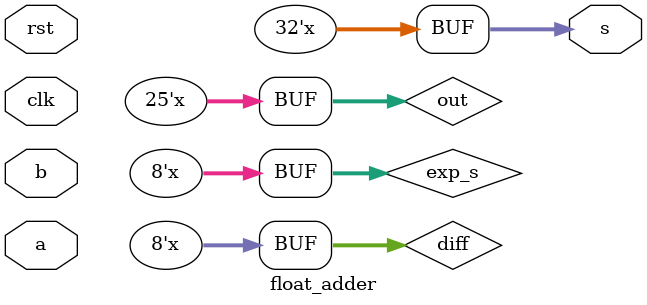
<source format=v>
module float_adder(
    input clk,
    input rst,
    input [31:0] a,
    input [31:0] b,
    output reg [31:0] s
);

reg [7:0] exp_a, exp_b, exp_s;
reg sign_a, sign_b, sign_s;
reg [2:0] now, next;
reg [24:0] mant_a, mant_b, mant_s; // 考虑进位与隐含的1

reg [7:0] diff;
reg [24:0] out;

parameter start = 3'b000, zero = 3'b001, equal = 3'b010, add = 3'b011, norm = 3'b100, done = 3'b101;


always @(posedge clk) begin
    if (!rst) begin
        now <= start;
    end 
    else begin
        now <= next;
    end
end

always @(*) begin
    case(now)
        start:begin
            exp_a<=a[30:23];
            exp_b<=b[30:23];
            mant_a<={1'b0, 1'b1, a[22:0]};
            mant_b<={1'b0, 1'b1, b[22:0]};
            sign_a<=a[31];
            sign_b<=b[31];
            next<= zero;
        end    
        zero:begin
            if(mant_a[22:0]==23'b0 && exp_a == 8'b0) begin
                sign_s<=b[31];
                exp_s<=exp_b;
                mant_s<=mant_b;
                next<=done;
            end
            else if (mant_b[22:0]==23'b0 && exp_b == 8'b0) begin
                sign_s<=a[31];
                exp_s<=exp_a;
                mant_s<=mant_a;
                next<=done;
            end
            else begin
                next<=equal;
            end
        end
        equal: begin
            if (exp_a == exp_b) begin
                next<=add;
            end
            else if (exp_a > exp_b) begin
                diff = exp_a - exp_b;
                mant_b <= mant_b >> diff;

                // 判断向上或向下舍入
                out = mant_b & ((1<<diff) - 1);
                if (out > (1 << (diff - 1))) begin
                    mant_b = mant_b + 1;
                    $display("here!");
                end
                else if (out == (1<<(diff - 1)) && mant_b[0] == 1) begin
                    mant_b = mant_b + 1;
                    $display("here!");
                end

                if (mant_b ==25'b0) begin
                    sign_s <= sign_a;
                    mant_s <= mant_a;
                    exp_s <= exp_a;
                    next <= done;
                end
                else begin
                    exp_b <= exp_a;
                    next <= add;
                end
            end
            else begin
                diff = exp_b - exp_a;
                mant_a = mant_a >> diff;

                out = mant_a & ((1<<diff) - 1);

                if (out > (1 << (diff - 1))) begin
                    mant_a = mant_a + 1;
                end
                else if (out == (1 << (diff - 1)) && mant_a[0] == 1) begin
                    mant_a = mant_a + 1;
                end

                if (mant_a == 25'b0) begin
                    sign_s <= sign_b;
                    mant_s <= mant_b;
                    exp_s <= exp_b;
                    next <= done;
                end
                else begin
                    exp_a <= exp_b;
                    next <= add;
                end
            end
        end

        add: begin
            if (sign_a == sign_b) begin
                exp_s <= exp_a;
                sign_s <= sign_a;
                mant_s <= mant_a + mant_b;
                next <= norm;
            end
            else begin
                if (mant_a > mant_b) begin
                    exp_s <= exp_a;
                    sign_s <= sign_a;
                    mant_s <= mant_a - mant_b;
                    next <= norm;
                end 
                else if (mant_a < mant_b) begin
                    exp_s <= exp_b;
                    sign_s <= sign_b;
                    mant_s <= mant_b - mant_a;
                    next <= norm;
                end
                else begin
                    exp_s <= exp_a;
                    mant_s <= 23'b0;
                    next <= done;
                end
            end
        end

        norm: begin
            if (mant_s[24] == 1'b1) begin
                if (mant_s[0] == 1) begin
                    mant_s <= mant_s + 1;
                    next <= norm;
                end
                else begin
                    mant_s <= {1'b0, mant_s[24:1]};
                    exp_s <= exp_s + 1;
                    next <= done;
                end
            end
            else begin
                if (mant_s[23] == 1'b0 && exp_s >= 1) begin
                    mant_s <= {mant_s[23:0], 1'b0};
                    exp_s <= exp_s - 1;
                    next <= norm;
                end
                else begin
                    next <= done;
                end
            end
        end

        done:begin
            s <= {sign_s, exp_s[7:0], mant_s[22:0]};
            next <= start;
        end

        default: begin
            next <= start;
        end
    endcase
end

endmodule
                


</source>
